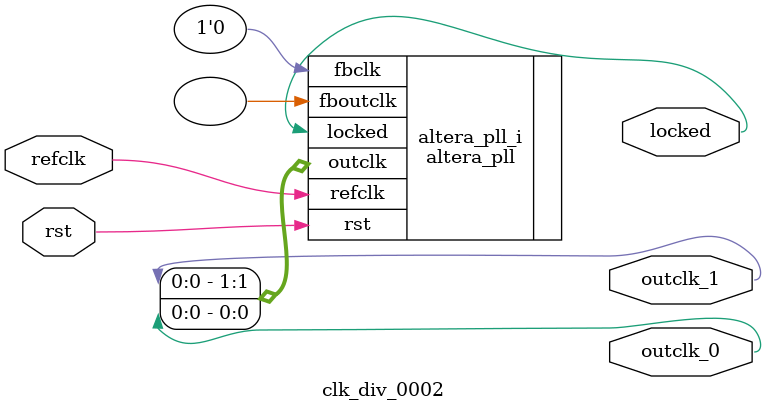
<source format=v>
`timescale 1ns/10ps
module  clk_div_0002(

	// interface 'refclk'
	input wire refclk,

	// interface 'reset'
	input wire rst,

	// interface 'outclk0'
	output wire outclk_0,

	// interface 'outclk1'
	output wire outclk_1,

	// interface 'locked'
	output wire locked
);

	altera_pll #(
		.fractional_vco_multiplier("false"),
		.reference_clock_frequency("50.0 MHz"),
		.operation_mode("direct"),
		.number_of_clocks(2),
		.output_clock_frequency0("4.000000 MHz"),
		.phase_shift0("0 ps"),
		.duty_cycle0(50),
		.output_clock_frequency1("1.000000 MHz"),
		.phase_shift1("0 ps"),
		.duty_cycle1(50),
		.output_clock_frequency2("0 MHz"),
		.phase_shift2("0 ps"),
		.duty_cycle2(50),
		.output_clock_frequency3("0 MHz"),
		.phase_shift3("0 ps"),
		.duty_cycle3(50),
		.output_clock_frequency4("0 MHz"),
		.phase_shift4("0 ps"),
		.duty_cycle4(50),
		.output_clock_frequency5("0 MHz"),
		.phase_shift5("0 ps"),
		.duty_cycle5(50),
		.output_clock_frequency6("0 MHz"),
		.phase_shift6("0 ps"),
		.duty_cycle6(50),
		.output_clock_frequency7("0 MHz"),
		.phase_shift7("0 ps"),
		.duty_cycle7(50),
		.output_clock_frequency8("0 MHz"),
		.phase_shift8("0 ps"),
		.duty_cycle8(50),
		.output_clock_frequency9("0 MHz"),
		.phase_shift9("0 ps"),
		.duty_cycle9(50),
		.output_clock_frequency10("0 MHz"),
		.phase_shift10("0 ps"),
		.duty_cycle10(50),
		.output_clock_frequency11("0 MHz"),
		.phase_shift11("0 ps"),
		.duty_cycle11(50),
		.output_clock_frequency12("0 MHz"),
		.phase_shift12("0 ps"),
		.duty_cycle12(50),
		.output_clock_frequency13("0 MHz"),
		.phase_shift13("0 ps"),
		.duty_cycle13(50),
		.output_clock_frequency14("0 MHz"),
		.phase_shift14("0 ps"),
		.duty_cycle14(50),
		.output_clock_frequency15("0 MHz"),
		.phase_shift15("0 ps"),
		.duty_cycle15(50),
		.output_clock_frequency16("0 MHz"),
		.phase_shift16("0 ps"),
		.duty_cycle16(50),
		.output_clock_frequency17("0 MHz"),
		.phase_shift17("0 ps"),
		.duty_cycle17(50),
		.pll_type("General"),
		.pll_subtype("General")
	) altera_pll_i (
		.rst	(rst),
		.outclk	({outclk_1, outclk_0}),
		.locked	(locked),
		.fboutclk	( ),
		.fbclk	(1'b0),
		.refclk	(refclk)
	);
endmodule


</source>
